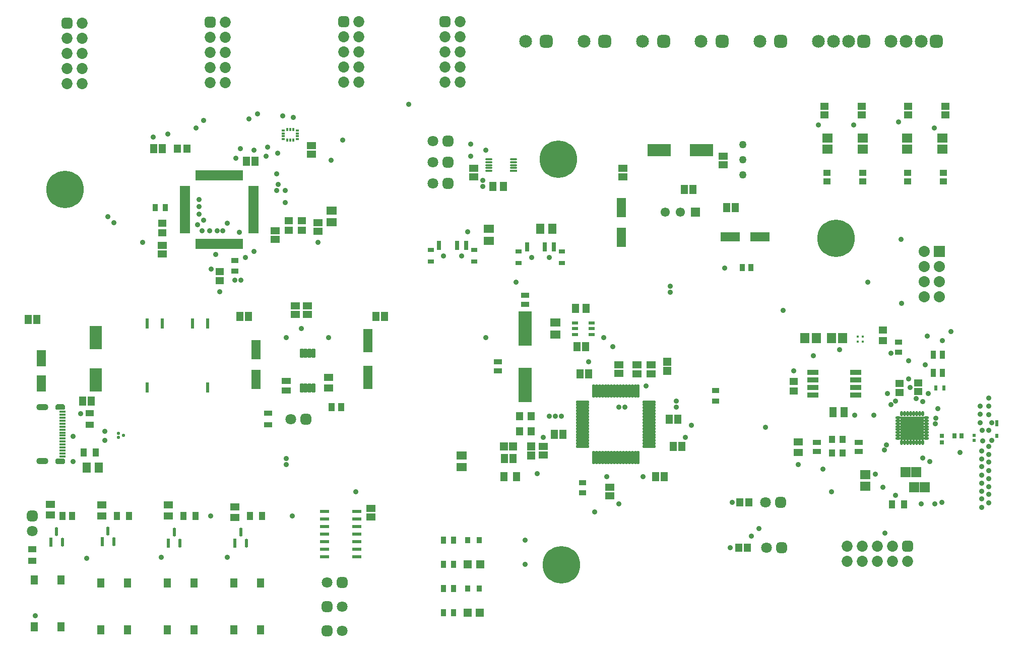
<source format=gts>
G04*
G04 #@! TF.GenerationSoftware,Altium Limited,Altium Designer,25.4.2 (15)*
G04*
G04 Layer_Color=8388736*
%FSLAX44Y44*%
%MOMM*%
G71*
G04*
G04 #@! TF.SameCoordinates,145FFF0F-7840-416A-8FEA-007F4607A66E*
G04*
G04*
G04 #@! TF.FilePolarity,Negative*
G04*
G01*
G75*
%ADD23R,0.5588X1.7018*%
%ADD42R,0.9000X1.1000*%
%ADD43R,0.4500X0.4500*%
%ADD44R,1.0000X1.3500*%
%ADD45R,1.3000X1.5500*%
%ADD46R,0.7000X1.5000*%
%ADD47R,1.0000X0.8000*%
%ADD48R,0.6250X0.8500*%
%ADD49R,0.3500X0.5750*%
%ADD50R,0.5750X0.3500*%
%ADD51R,1.2850X1.4700*%
%ADD52R,0.9578X1.2621*%
%ADD53R,4.0000X2.0000*%
%ADD54R,1.6000X3.2000*%
%ADD55R,2.0000X4.0000*%
%ADD56R,1.6000X2.8000*%
%ADD57R,1.6000X4.0000*%
%ADD58R,1.3621X1.1549*%
%ADD59R,1.2621X1.0046*%
%ADD60R,1.2565X0.3125*%
G04:AMPARAMS|DCode=61|XSize=1.2565mm|YSize=0.3125mm|CornerRadius=0.1562mm|HoleSize=0mm|Usage=FLASHONLY|Rotation=180.000|XOffset=0mm|YOffset=0mm|HoleType=Round|Shape=RoundedRectangle|*
%AMROUNDEDRECTD61*
21,1,1.2565,0.0000,0,0,180.0*
21,1,0.9440,0.3125,0,0,180.0*
1,1,0.3125,-0.4720,0.0000*
1,1,0.3125,0.4720,0.0000*
1,1,0.3125,0.4720,0.0000*
1,1,0.3125,-0.4720,0.0000*
%
%ADD61ROUNDEDRECTD61*%
%ADD62R,1.4500X0.9500*%
%ADD63R,0.8065X1.3082*%
%ADD64R,1.2065X1.5082*%
%ADD65R,0.5200X0.5200*%
%ADD66R,1.4562X1.3781*%
%ADD67R,0.9500X1.3500*%
%ADD68R,0.7500X0.9000*%
%ADD69R,1.1000X0.6000*%
%ADD70R,1.0500X1.3000*%
%ADD71R,1.4000X1.2000*%
G04:AMPARAMS|DCode=72|XSize=1.5242mm|YSize=0.578mm|CornerRadius=0.289mm|HoleSize=0mm|Usage=FLASHONLY|Rotation=90.000|XOffset=0mm|YOffset=0mm|HoleType=Round|Shape=RoundedRectangle|*
%AMROUNDEDRECTD72*
21,1,1.5242,0.0000,0,0,90.0*
21,1,0.9463,0.5780,0,0,90.0*
1,1,0.5780,0.0000,0.4731*
1,1,0.5780,0.0000,-0.4731*
1,1,0.5780,0.0000,-0.4731*
1,1,0.5780,0.0000,0.4731*
%
%ADD72ROUNDEDRECTD72*%
%ADD73R,0.5780X1.5242*%
%ADD74R,1.0000X0.3000*%
%ADD75R,1.3046X1.4562*%
%ADD83R,1.3500X0.9500*%
%ADD84R,1.4562X1.3046*%
%ADD85R,3.2000X1.6000*%
%ADD89R,1.3082X0.8065*%
%ADD92R,1.3500X1.0000*%
%ADD94R,1.3781X1.4562*%
%ADD95R,0.8032X0.8032*%
%ADD96R,1.8532X0.8532*%
%ADD97R,1.5532X1.7532*%
%ADD98R,1.7532X1.6032*%
%ADD99R,1.2032X1.4532*%
%ADD100R,1.5532X1.2032*%
%ADD101R,1.6532X1.4032*%
%ADD102R,1.0032X1.4532*%
%ADD103R,1.6032X1.3032*%
%ADD104R,1.2532X1.6532*%
%ADD105R,1.5532X1.0532*%
%ADD106R,0.5032X1.6782*%
%ADD107R,1.6782X0.5032*%
G04:AMPARAMS|DCode=108|XSize=0.6532mm|YSize=1.6032mm|CornerRadius=0.1511mm|HoleSize=0mm|Usage=FLASHONLY|Rotation=180.000|XOffset=0mm|YOffset=0mm|HoleType=Round|Shape=RoundedRectangle|*
%AMROUNDEDRECTD108*
21,1,0.6532,1.3010,0,0,180.0*
21,1,0.3510,1.6032,0,0,180.0*
1,1,0.3022,-0.1755,0.6505*
1,1,0.3022,0.1755,0.6505*
1,1,0.3022,0.1755,-0.6505*
1,1,0.3022,-0.1755,-0.6505*
%
%ADD108ROUNDEDRECTD108*%
%ADD109R,0.5842X1.1024*%
%ADD110R,0.5842X0.7036*%
%ADD111R,1.4032X1.4032*%
%ADD112O,2.3032X0.5032*%
%ADD113O,0.5032X2.3032*%
%ADD114R,1.5500X0.6000*%
%ADD115C,0.9000*%
%ADD116R,3.9032X3.9032*%
%ADD117O,0.4532X0.9032*%
%ADD118O,0.9032X0.4532*%
G04:AMPARAMS|DCode=119|XSize=0.5032mm|YSize=0.5032mm|CornerRadius=0.1511mm|HoleSize=0mm|Usage=FLASHONLY|Rotation=270.000|XOffset=0mm|YOffset=0mm|HoleType=Round|Shape=RoundedRectangle|*
%AMROUNDEDRECTD119*
21,1,0.5032,0.2010,0,0,270.0*
21,1,0.2010,0.5032,0,0,270.0*
1,1,0.3022,-0.1005,-0.1005*
1,1,0.3022,-0.1005,0.1005*
1,1,0.3022,0.1005,0.1005*
1,1,0.3022,0.1005,-0.1005*
%
%ADD119ROUNDEDRECTD119*%
%ADD120R,1.2532X1.5032*%
%ADD121R,1.7032X1.7532*%
%ADD122R,1.5532X1.3032*%
%ADD123R,2.3032X5.8032*%
%ADD124R,1.5032X1.2532*%
%ADD125R,1.7532X1.5532*%
%ADD126R,1.6032X1.7532*%
%ADD127R,1.4532X1.2032*%
%ADD128R,1.2032X1.5532*%
%ADD129R,1.4032X1.6532*%
%ADD130C,1.2700*%
%ADD131R,1.5532X1.5532*%
%ADD132C,1.5532*%
G04:AMPARAMS|DCode=133|XSize=1.1mm|YSize=2.05mm|CornerRadius=0.55mm|HoleSize=0mm|Usage=FLASHONLY|Rotation=270.000|XOffset=0mm|YOffset=0mm|HoleType=Round|Shape=RoundedRectangle|*
%AMROUNDEDRECTD133*
21,1,1.1000,0.9500,0,0,270.0*
21,1,0.0000,2.0500,0,0,270.0*
1,1,1.1000,-0.4750,0.0000*
1,1,1.1000,-0.4750,0.0000*
1,1,1.1000,0.4750,0.0000*
1,1,1.1000,0.4750,0.0000*
%
%ADD133ROUNDEDRECTD133*%
%ADD134C,1.8682*%
%ADD135R,1.8682X1.8682*%
G04:AMPARAMS|DCode=136|XSize=2.1532mm|YSize=2.1532mm|CornerRadius=0.5891mm|HoleSize=0mm|Usage=FLASHONLY|Rotation=180.000|XOffset=0mm|YOffset=0mm|HoleType=Round|Shape=RoundedRectangle|*
%AMROUNDEDRECTD136*
21,1,2.1532,0.9750,0,0,180.0*
21,1,0.9750,2.1532,0,0,180.0*
1,1,1.1782,-0.4875,0.4875*
1,1,1.1782,0.4875,0.4875*
1,1,1.1782,0.4875,-0.4875*
1,1,1.1782,-0.4875,-0.4875*
%
%ADD136ROUNDEDRECTD136*%
%ADD137C,2.1532*%
%ADD138C,1.8532*%
G04:AMPARAMS|DCode=139|XSize=1.8532mm|YSize=1.8532mm|CornerRadius=0.5141mm|HoleSize=0mm|Usage=FLASHONLY|Rotation=180.000|XOffset=0mm|YOffset=0mm|HoleType=Round|Shape=RoundedRectangle|*
%AMROUNDEDRECTD139*
21,1,1.8532,0.8250,0,0,180.0*
21,1,0.8250,1.8532,0,0,180.0*
1,1,1.0282,-0.4125,0.4125*
1,1,1.0282,0.4125,0.4125*
1,1,1.0282,0.4125,-0.4125*
1,1,1.0282,-0.4125,-0.4125*
%
%ADD139ROUNDEDRECTD139*%
%ADD140C,1.8032*%
G04:AMPARAMS|DCode=141|XSize=1.8032mm|YSize=1.8032mm|CornerRadius=0.5016mm|HoleSize=0mm|Usage=FLASHONLY|Rotation=180.000|XOffset=0mm|YOffset=0mm|HoleType=Round|Shape=RoundedRectangle|*
%AMROUNDEDRECTD141*
21,1,1.8032,0.8000,0,0,180.0*
21,1,0.8000,1.8032,0,0,180.0*
1,1,1.0032,-0.4000,0.4000*
1,1,1.0032,0.4000,0.4000*
1,1,1.0032,0.4000,-0.4000*
1,1,1.0032,-0.4000,-0.4000*
%
%ADD141ROUNDEDRECTD141*%
G04:AMPARAMS|DCode=142|XSize=1.8532mm|YSize=1.8532mm|CornerRadius=0.5141mm|HoleSize=0mm|Usage=FLASHONLY|Rotation=270.000|XOffset=0mm|YOffset=0mm|HoleType=Round|Shape=RoundedRectangle|*
%AMROUNDEDRECTD142*
21,1,1.8532,0.8250,0,0,270.0*
21,1,0.8250,1.8532,0,0,270.0*
1,1,1.0282,-0.4125,-0.4125*
1,1,1.0282,-0.4125,0.4125*
1,1,1.0282,0.4125,0.4125*
1,1,1.0282,0.4125,-0.4125*
%
%ADD142ROUNDEDRECTD142*%
G04:AMPARAMS|DCode=143|XSize=1.8032mm|YSize=1.8032mm|CornerRadius=0.5016mm|HoleSize=0mm|Usage=FLASHONLY|Rotation=270.000|XOffset=0mm|YOffset=0mm|HoleType=Round|Shape=RoundedRectangle|*
%AMROUNDEDRECTD143*
21,1,1.8032,0.8000,0,0,270.0*
21,1,0.8000,1.8032,0,0,270.0*
1,1,1.0032,-0.4000,-0.4000*
1,1,1.0032,-0.4000,0.4000*
1,1,1.0032,0.4000,0.4000*
1,1,1.0032,0.4000,-0.4000*
%
%ADD143ROUNDEDRECTD143*%
%ADD144C,0.7032*%
%ADD145C,0.9144*%
%ADD146C,6.2992*%
G36*
X362530Y467300D02*
X363247Y466796D01*
X364297Y465392D01*
X364859Y463731D01*
X364876Y461979D01*
X364348Y460307D01*
X363326Y458882D01*
X361912Y457846D01*
X360247Y457300D01*
X359370Y457300D01*
X353870D01*
Y457300D01*
X352994Y457300D01*
X351328Y457846D01*
X349914Y458882D01*
X348892Y460307D01*
X348364Y461979D01*
X348381Y463731D01*
X348943Y465392D01*
X349993Y466796D01*
X350710Y467300D01*
X362530D01*
X362530Y467300D01*
D02*
G37*
G36*
X359370Y558700D02*
X360247Y558700D01*
X361912Y558154D01*
X363326Y557118D01*
X364348Y555693D01*
X364876Y554021D01*
X364859Y552268D01*
X364297Y550608D01*
X363247Y549204D01*
X362530Y548700D01*
X362530Y548700D01*
X350710Y548700D01*
X349993Y549204D01*
X348943Y550608D01*
X348381Y552268D01*
X348364Y554021D01*
X348892Y555693D01*
X349914Y557118D01*
X351328Y558154D01*
X352994Y558700D01*
X353870Y558700D01*
Y558700D01*
X359370Y558700D01*
D02*
G37*
D23*
X604520Y585978D02*
D03*
Y694182D02*
D03*
X502920D02*
D03*
Y585978D02*
D03*
X528320Y694182D02*
D03*
X579120D02*
D03*
D42*
X1041400Y330200D02*
D03*
X1060400D02*
D03*
X1041400Y248920D02*
D03*
X1060400D02*
D03*
D43*
X1696280Y672270D02*
D03*
X1704780D02*
D03*
Y663770D02*
D03*
X1696280D02*
D03*
D44*
X675640Y370840D02*
D03*
X695640D02*
D03*
X1774030Y389890D02*
D03*
X1754030D02*
D03*
X396240Y477520D02*
D03*
X416240D02*
D03*
X452280Y370840D02*
D03*
X472280D02*
D03*
X583880Y370840D02*
D03*
X563880D02*
D03*
D45*
X357780Y183770D02*
D03*
X312780Y263270D02*
D03*
Y183770D02*
D03*
X357780Y263270D02*
D03*
X424540Y178690D02*
D03*
Y258190D02*
D03*
X469540D02*
D03*
Y178690D02*
D03*
X536300Y258190D02*
D03*
Y178690D02*
D03*
X581300Y258190D02*
D03*
Y178690D02*
D03*
X648060Y258190D02*
D03*
Y178690D02*
D03*
X693060Y258190D02*
D03*
Y178690D02*
D03*
D46*
X1170820Y822560D02*
D03*
X1185820D02*
D03*
X1140820D02*
D03*
X993260Y825220D02*
D03*
X1023260D02*
D03*
X1038260D02*
D03*
D47*
X1126820Y814710D02*
D03*
Y795410D02*
D03*
X1199820D02*
D03*
Y814710D02*
D03*
X979260Y817370D02*
D03*
X1052260D02*
D03*
X979260Y798070D02*
D03*
X1052260D02*
D03*
D48*
X1841215Y585470D02*
D03*
X1827965D02*
D03*
D49*
X737950Y1020045D02*
D03*
X747950D02*
D03*
X742950D02*
D03*
X737950Y1001795D02*
D03*
X742950D02*
D03*
X747950D02*
D03*
D50*
X754575Y1018420D02*
D03*
Y1013420D02*
D03*
Y1008420D02*
D03*
X731325Y1003420D02*
D03*
Y1018420D02*
D03*
X754575Y1003420D02*
D03*
X731325Y1013420D02*
D03*
Y1008420D02*
D03*
D51*
X1148080Y538480D02*
D03*
X1128630D02*
D03*
X1148080Y513080D02*
D03*
X1128630D02*
D03*
D52*
X1502728Y787500D02*
D03*
X1517272D02*
D03*
D53*
X1433710Y985520D02*
D03*
X1362710D02*
D03*
D54*
X685800Y649840D02*
D03*
Y599840D02*
D03*
X1299210Y888600D02*
D03*
Y838600D02*
D03*
D55*
X416560Y598840D02*
D03*
Y669840D02*
D03*
D56*
X325120Y592840D02*
D03*
Y635840D02*
D03*
D57*
X873760Y665340D02*
D03*
Y603340D02*
D03*
D58*
X1738630Y682993D02*
D03*
Y665480D02*
D03*
D59*
X1840460Y947308D02*
D03*
Y932292D02*
D03*
X1644420Y947308D02*
D03*
Y932292D02*
D03*
X1704686Y947308D02*
D03*
Y932292D02*
D03*
X1780193Y947308D02*
D03*
Y932292D02*
D03*
D60*
X1117977Y950120D02*
D03*
D61*
Y970120D02*
D03*
X1076960D02*
D03*
Y955120D02*
D03*
Y950120D02*
D03*
Y965120D02*
D03*
X1117977Y955120D02*
D03*
Y965120D02*
D03*
X1076960Y960120D02*
D03*
X1117977D02*
D03*
D62*
X706120Y523650D02*
D03*
Y543150D02*
D03*
D63*
X1017777Y289560D02*
D03*
X1000760D02*
D03*
X516002Y889000D02*
D03*
X533018D02*
D03*
X1017777Y330200D02*
D03*
X1000760D02*
D03*
X1017777Y208280D02*
D03*
X1000760D02*
D03*
X1017777Y248920D02*
D03*
X1000760D02*
D03*
D64*
X1123377Y436880D02*
D03*
X1102360D02*
D03*
D65*
X1892300Y497650D02*
D03*
Y505650D02*
D03*
D66*
X1376680Y614638D02*
D03*
Y629920D02*
D03*
X1148080Y487680D02*
D03*
Y472399D02*
D03*
D67*
X1823840Y641350D02*
D03*
X1838840D02*
D03*
X1823840Y610870D02*
D03*
X1838840D02*
D03*
D68*
X1859280Y505460D02*
D03*
X1871280D02*
D03*
D69*
X1221680Y694640D02*
D03*
Y675640D02*
D03*
X1249680Y685140D02*
D03*
Y675640D02*
D03*
Y694640D02*
D03*
X1221680Y685140D02*
D03*
D70*
X1671180Y499180D02*
D03*
X1653680Y476180D02*
D03*
Y499180D02*
D03*
X1671180Y476180D02*
D03*
D71*
X762840Y850520D02*
D03*
Y866520D02*
D03*
X740840D02*
D03*
Y850520D02*
D03*
D72*
X659740Y343324D02*
D03*
X669240Y325120D02*
D03*
X350520Y344382D02*
D03*
X360020Y326178D02*
D03*
X436880Y345440D02*
D03*
X446380Y327236D02*
D03*
X547980Y343324D02*
D03*
X557480Y325120D02*
D03*
D73*
X650240D02*
D03*
X341020Y326178D02*
D03*
X427380Y327236D02*
D03*
X538480Y325120D02*
D03*
D74*
X360620Y510500D02*
D03*
Y505500D02*
D03*
Y500500D02*
D03*
Y515500D02*
D03*
Y495500D02*
D03*
Y520500D02*
D03*
Y490500D02*
D03*
Y525500D02*
D03*
Y485500D02*
D03*
Y530500D02*
D03*
Y480500D02*
D03*
Y535500D02*
D03*
Y475500D02*
D03*
Y470500D02*
D03*
Y540500D02*
D03*
Y545500D02*
D03*
D75*
X569878Y987820D02*
D03*
X553762D02*
D03*
D83*
X1628140Y478790D02*
D03*
Y493790D02*
D03*
X1697990Y493910D02*
D03*
Y478910D02*
D03*
X1137920Y726440D02*
D03*
Y741440D02*
D03*
X1092200Y614680D02*
D03*
Y629680D02*
D03*
D84*
X1588770Y596506D02*
D03*
Y580390D02*
D03*
X528320Y862768D02*
D03*
Y846652D02*
D03*
D85*
X1482490Y839470D02*
D03*
X1532490D02*
D03*
D89*
X1765300Y662940D02*
D03*
Y645923D02*
D03*
X650240Y799337D02*
D03*
Y782320D02*
D03*
X1234440Y409703D02*
D03*
Y426720D02*
D03*
X1457960Y580897D02*
D03*
Y563880D02*
D03*
D92*
X406400Y523560D02*
D03*
Y543560D02*
D03*
X309880Y314800D02*
D03*
Y294800D02*
D03*
D94*
X1117600Y487680D02*
D03*
X1102318D02*
D03*
D95*
X1837690Y494460D02*
D03*
Y505460D02*
D03*
D96*
X1693350Y612140D02*
D03*
Y574040D02*
D03*
Y586740D02*
D03*
Y599440D02*
D03*
X1621350Y612140D02*
D03*
Y599440D02*
D03*
Y586740D02*
D03*
Y574040D02*
D03*
D97*
X1607820Y669290D02*
D03*
X1627320D02*
D03*
D98*
X1838960Y986840D02*
D03*
Y1005840D02*
D03*
X1645920Y986840D02*
D03*
Y1005840D02*
D03*
X1705187Y986840D02*
D03*
Y1005840D02*
D03*
X1779693Y986840D02*
D03*
Y1005840D02*
D03*
D99*
X1513720Y393700D02*
D03*
X1498720D02*
D03*
X1496300Y317500D02*
D03*
X1511300D02*
D03*
D100*
X650240Y368079D02*
D03*
Y386080D02*
D03*
X807720Y585360D02*
D03*
Y603360D02*
D03*
X340360Y372000D02*
D03*
Y390000D02*
D03*
X426720Y370840D02*
D03*
Y388840D02*
D03*
X538480Y370840D02*
D03*
Y388840D02*
D03*
D101*
X812800Y863760D02*
D03*
Y883760D02*
D03*
X1076960Y833120D02*
D03*
Y853120D02*
D03*
X1031240Y452440D02*
D03*
Y472440D02*
D03*
X1188720Y695640D02*
D03*
Y675640D02*
D03*
D102*
X360680Y370840D02*
D03*
X376680D02*
D03*
X812800Y553720D02*
D03*
X828800D02*
D03*
D103*
X1596390Y495020D02*
D03*
Y477520D02*
D03*
D104*
X1654810Y544830D02*
D03*
X1673310D02*
D03*
D105*
X736600Y581030D02*
D03*
Y597530D02*
D03*
D106*
X601070Y942570D02*
D03*
X606070D02*
D03*
Y827810D02*
D03*
X611070D02*
D03*
X631070D02*
D03*
X636070D02*
D03*
X661070Y942570D02*
D03*
X646070D02*
D03*
X641070D02*
D03*
X636070D02*
D03*
X631070D02*
D03*
X626070D02*
D03*
X621070D02*
D03*
X616070D02*
D03*
X611070D02*
D03*
X596070D02*
D03*
X586070Y827810D02*
D03*
X591070D02*
D03*
X596070D02*
D03*
X601070D02*
D03*
X616070D02*
D03*
X621070D02*
D03*
X626070D02*
D03*
X651070D02*
D03*
X641070D02*
D03*
X646070D02*
D03*
X586070Y942570D02*
D03*
X651070D02*
D03*
X661070Y827810D02*
D03*
X591070Y942570D02*
D03*
X656070Y827810D02*
D03*
Y942570D02*
D03*
D107*
X680950Y912690D02*
D03*
Y917690D02*
D03*
Y852690D02*
D03*
Y857690D02*
D03*
Y862690D02*
D03*
Y867690D02*
D03*
Y872690D02*
D03*
Y877690D02*
D03*
Y882690D02*
D03*
Y887690D02*
D03*
Y892690D02*
D03*
Y897690D02*
D03*
Y922690D02*
D03*
X566190D02*
D03*
Y917690D02*
D03*
Y912690D02*
D03*
Y907690D02*
D03*
Y902690D02*
D03*
Y897690D02*
D03*
Y892690D02*
D03*
Y887690D02*
D03*
Y882690D02*
D03*
Y877690D02*
D03*
Y872690D02*
D03*
Y867690D02*
D03*
Y862690D02*
D03*
Y857690D02*
D03*
Y847690D02*
D03*
X680950Y907690D02*
D03*
Y847690D02*
D03*
X566190Y852690D02*
D03*
X680950Y902690D02*
D03*
D108*
X762410Y585090D02*
D03*
X775410D02*
D03*
X781910D02*
D03*
X762410Y644090D02*
D03*
X775410D02*
D03*
X768910D02*
D03*
Y585090D02*
D03*
X781910Y644090D02*
D03*
D109*
X1930523Y526444D02*
D03*
D110*
X1930400Y505460D02*
D03*
D111*
X1041400Y289560D02*
D03*
X1062400D02*
D03*
X1061720Y208280D02*
D03*
X1040720D02*
D03*
D112*
X1346220Y517160D02*
D03*
Y562160D02*
D03*
Y552160D02*
D03*
Y547160D02*
D03*
Y542160D02*
D03*
Y537160D02*
D03*
Y527160D02*
D03*
Y522160D02*
D03*
Y512160D02*
D03*
Y507160D02*
D03*
Y502160D02*
D03*
Y492160D02*
D03*
Y487160D02*
D03*
X1234220D02*
D03*
Y497160D02*
D03*
Y507160D02*
D03*
Y522160D02*
D03*
Y527160D02*
D03*
Y532160D02*
D03*
Y537160D02*
D03*
Y547160D02*
D03*
Y552160D02*
D03*
Y557160D02*
D03*
X1346220Y532160D02*
D03*
X1234220Y492160D02*
D03*
Y502160D02*
D03*
Y512160D02*
D03*
Y542160D02*
D03*
Y517160D02*
D03*
Y562160D02*
D03*
X1346220Y497160D02*
D03*
Y557160D02*
D03*
D113*
X1252720Y580660D02*
D03*
X1272720D02*
D03*
X1277720D02*
D03*
X1282720D02*
D03*
X1287720D02*
D03*
X1297720D02*
D03*
X1302720D02*
D03*
X1307720D02*
D03*
X1312720D02*
D03*
X1327720D02*
D03*
Y468660D02*
D03*
X1317720D02*
D03*
X1312720D02*
D03*
X1307720D02*
D03*
X1302720D02*
D03*
X1297720D02*
D03*
X1287720D02*
D03*
X1282720D02*
D03*
X1277720D02*
D03*
X1272720D02*
D03*
X1262720D02*
D03*
X1257720D02*
D03*
X1252720D02*
D03*
X1262720Y580660D02*
D03*
X1267720D02*
D03*
X1257720D02*
D03*
X1322720Y468660D02*
D03*
X1267720D02*
D03*
X1292720Y580660D02*
D03*
X1322720D02*
D03*
X1292720Y468660D02*
D03*
X1317720Y580660D02*
D03*
D114*
X801040Y340360D02*
D03*
Y378460D02*
D03*
Y365760D02*
D03*
Y353060D02*
D03*
Y327660D02*
D03*
Y314960D02*
D03*
X855040Y302260D02*
D03*
Y327660D02*
D03*
Y353060D02*
D03*
Y378460D02*
D03*
X801040Y302260D02*
D03*
X855040Y314960D02*
D03*
Y340360D02*
D03*
Y365760D02*
D03*
D115*
X356620Y462300D02*
D03*
Y553700D02*
D03*
X1148320Y805060D02*
D03*
X1178320D02*
D03*
X1000760Y807720D02*
D03*
X1030760D02*
D03*
D116*
X1787906Y518160D02*
D03*
D117*
X1790406Y494410D02*
D03*
X1795406D02*
D03*
X1775406D02*
D03*
Y541910D02*
D03*
X1805406Y494410D02*
D03*
X1800406D02*
D03*
X1785406D02*
D03*
X1780406D02*
D03*
X1770406D02*
D03*
Y541910D02*
D03*
X1780406D02*
D03*
X1785406D02*
D03*
X1790406D02*
D03*
X1795406D02*
D03*
X1800406D02*
D03*
X1805406D02*
D03*
D118*
X1811656Y500660D02*
D03*
Y530660D02*
D03*
X1764156Y500660D02*
D03*
Y515660D02*
D03*
Y535660D02*
D03*
X1811656D02*
D03*
Y525660D02*
D03*
Y520660D02*
D03*
Y515660D02*
D03*
Y510660D02*
D03*
Y505660D02*
D03*
X1764156Y530660D02*
D03*
Y520660D02*
D03*
Y505660D02*
D03*
Y525660D02*
D03*
Y510660D02*
D03*
D119*
X454179Y502393D02*
D03*
Y509393D02*
D03*
X462678Y505893D02*
D03*
D120*
X1239520Y655320D02*
D03*
X1225020D02*
D03*
X1476110Y889000D02*
D03*
X1490610D02*
D03*
X1419490Y919480D02*
D03*
X1404990D02*
D03*
X669660Y966470D02*
D03*
X684160D02*
D03*
X513560Y987820D02*
D03*
X528060D02*
D03*
X302630Y701040D02*
D03*
X317130D02*
D03*
X658230Y706120D02*
D03*
X672730D02*
D03*
X394070Y563880D02*
D03*
X408570D02*
D03*
X886830Y706120D02*
D03*
X901330D02*
D03*
X1201050Y508000D02*
D03*
X1186550D02*
D03*
X1401340Y487680D02*
D03*
X1386840D02*
D03*
X1244600Y609600D02*
D03*
X1230099D02*
D03*
X1357100Y436880D02*
D03*
X1371600D02*
D03*
X1379590Y533400D02*
D03*
X1394090D02*
D03*
X1117600Y467360D02*
D03*
X1103100D02*
D03*
D121*
X1791098Y418846D02*
D03*
X1809098D02*
D03*
X1776620Y444500D02*
D03*
X1794620D02*
D03*
D122*
X717500Y849500D02*
D03*
Y835500D02*
D03*
X789940Y862980D02*
D03*
Y848980D02*
D03*
D123*
X1137920Y590800D02*
D03*
Y685800D02*
D03*
D124*
X1470660Y974990D02*
D03*
Y960490D02*
D03*
X1301750Y940170D02*
D03*
Y954670D02*
D03*
X778510Y992770D02*
D03*
Y978270D02*
D03*
X528320Y810630D02*
D03*
Y825130D02*
D03*
X1051560Y955040D02*
D03*
Y940540D02*
D03*
X751840Y709030D02*
D03*
Y723530D02*
D03*
X772160Y709030D02*
D03*
Y723530D02*
D03*
X1280160Y418730D02*
D03*
Y404230D02*
D03*
X1295400Y610340D02*
D03*
Y624840D02*
D03*
X1168400Y487680D02*
D03*
Y473180D02*
D03*
X1349339Y609600D02*
D03*
Y624100D02*
D03*
X1325880Y609600D02*
D03*
Y624100D02*
D03*
X878840Y383170D02*
D03*
Y368670D02*
D03*
D125*
X1709420Y420780D02*
D03*
Y440280D02*
D03*
D126*
X1671320Y669290D02*
D03*
X1652320D02*
D03*
D127*
X1640920Y1059060D02*
D03*
Y1044060D02*
D03*
X1703520Y1059060D02*
D03*
Y1044060D02*
D03*
X1781360Y1059060D02*
D03*
Y1044060D02*
D03*
X1843960Y1059060D02*
D03*
Y1044060D02*
D03*
X624840Y780930D02*
D03*
Y765930D02*
D03*
X1798320Y594240D02*
D03*
Y579240D02*
D03*
X1766570Y592850D02*
D03*
Y577850D02*
D03*
D128*
X1101200Y924560D02*
D03*
X1083200D02*
D03*
X1222058Y719596D02*
D03*
X1240058D02*
D03*
D129*
X1183320Y853440D02*
D03*
X1163320D02*
D03*
X401320Y452120D02*
D03*
X421320D02*
D03*
D130*
X1503680Y994410D02*
D03*
Y943610D02*
D03*
Y969010D02*
D03*
D131*
X1423670Y881380D02*
D03*
D132*
X1372870D02*
D03*
X1398270D02*
D03*
D133*
X326620Y462800D02*
D03*
Y553200D02*
D03*
D134*
X1808480Y739140D02*
D03*
X1833880D02*
D03*
X1808480Y815340D02*
D03*
X1833880Y764540D02*
D03*
X1808480Y789940D02*
D03*
Y764540D02*
D03*
X1833880Y789940D02*
D03*
D135*
Y815340D02*
D03*
D136*
X1566900Y1167590D02*
D03*
X1828800Y1168400D02*
D03*
X1706880D02*
D03*
X1468545Y1167590D02*
D03*
X1271835D02*
D03*
X1370190D02*
D03*
X1173480D02*
D03*
D137*
X1531900D02*
D03*
X1803400Y1168400D02*
D03*
X1778000D02*
D03*
X1752600D02*
D03*
X1681480D02*
D03*
X1656080D02*
D03*
X1630680D02*
D03*
X1433545Y1167590D02*
D03*
X1236835D02*
D03*
X1335190D02*
D03*
X1138480D02*
D03*
D138*
X1755140Y294640D02*
D03*
Y320040D02*
D03*
X1729740D02*
D03*
Y294640D02*
D03*
X1704340Y320040D02*
D03*
Y294640D02*
D03*
X1780540D02*
D03*
X1678940D02*
D03*
Y320040D02*
D03*
X393700Y1173480D02*
D03*
X368300D02*
D03*
Y1148080D02*
D03*
X393700D02*
D03*
X368300Y1122680D02*
D03*
X393700D02*
D03*
Y1198880D02*
D03*
X368300Y1097280D02*
D03*
X393700D02*
D03*
X633730Y1123950D02*
D03*
X608330D02*
D03*
X633730Y1149350D02*
D03*
X608330D02*
D03*
Y1174750D02*
D03*
X633730D02*
D03*
Y1200150D02*
D03*
Y1098550D02*
D03*
X608330D02*
D03*
X1028700Y1176020D02*
D03*
X1003300D02*
D03*
Y1150620D02*
D03*
X1028700D02*
D03*
Y1125220D02*
D03*
X1003300D02*
D03*
Y1099820D02*
D03*
X1028700D02*
D03*
Y1201420D02*
D03*
X833120Y1176020D02*
D03*
X858520Y1150620D02*
D03*
X833120Y1125220D02*
D03*
X858520D02*
D03*
Y1176020D02*
D03*
X833120Y1150620D02*
D03*
X858520Y1201420D02*
D03*
X833120Y1099820D02*
D03*
X858520D02*
D03*
D139*
X1780540Y320040D02*
D03*
D140*
X982980Y1000760D02*
D03*
X1543050Y317495D02*
D03*
X1541780Y393700D02*
D03*
X982980Y965200D02*
D03*
Y929640D02*
D03*
X309880Y345440D02*
D03*
X744220Y533400D02*
D03*
X805180Y259080D02*
D03*
X830580Y218440D02*
D03*
Y177800D02*
D03*
D141*
X1008380Y1000760D02*
D03*
X1568450Y317495D02*
D03*
X1567180Y393700D02*
D03*
X1008380Y965200D02*
D03*
Y929640D02*
D03*
X769620Y533400D02*
D03*
X830580Y259080D02*
D03*
X805180Y218440D02*
D03*
Y177800D02*
D03*
D142*
X368300Y1198880D02*
D03*
X608330Y1200150D02*
D03*
X1003300Y1201420D02*
D03*
X833120D02*
D03*
D143*
X309880Y370840D02*
D03*
D144*
X1776906Y529160D02*
D03*
Y507160D02*
D03*
X1787906Y518160D02*
D03*
X1776906D02*
D03*
X1787906Y529160D02*
D03*
X1798906Y507160D02*
D03*
X1787906D02*
D03*
X1798906Y518160D02*
D03*
Y529160D02*
D03*
D145*
X748030Y1040130D02*
D03*
X651510Y971550D02*
D03*
X391160Y542290D02*
D03*
X378460Y462280D02*
D03*
X1666240Y650240D02*
D03*
X1826917Y525762D02*
D03*
X1827530Y534670D02*
D03*
X1831224Y550395D02*
D03*
X1837690Y393700D02*
D03*
X1752600Y557530D02*
D03*
X1742332Y341988D02*
D03*
X1760220Y563880D02*
D03*
X1826260Y391160D02*
D03*
X1784350Y586740D02*
D03*
X1813560Y673100D02*
D03*
X1781810Y631190D02*
D03*
X1746250Y576580D02*
D03*
X1769110Y835660D02*
D03*
X1852930Y680720D02*
D03*
X1805940Y562610D02*
D03*
X1814830Y576580D02*
D03*
X1752600Y643890D02*
D03*
X1794510Y567690D02*
D03*
X1621790Y640080D02*
D03*
X1781810Y600710D02*
D03*
X1805776Y467439D02*
D03*
X1809750Y624840D02*
D03*
X1725930Y440690D02*
D03*
X1738884Y418846D02*
D03*
X1652270Y411480D02*
D03*
X1517650Y336550D02*
D03*
X1541561Y519508D02*
D03*
X1905000Y453390D02*
D03*
X1916430Y473710D02*
D03*
X1868170Y477520D02*
D03*
X1916430Y461010D02*
D03*
X1905000Y466090D02*
D03*
Y480060D02*
D03*
X1817370Y462280D02*
D03*
X1744980Y490220D02*
D03*
X1741170Y481330D02*
D03*
X1638300Y449580D02*
D03*
X1803400Y391160D02*
D03*
X1916202Y433272D02*
D03*
Y392632D02*
D03*
Y419302D02*
D03*
Y406602D02*
D03*
X1916430Y447040D02*
D03*
X1905000Y439420D02*
D03*
X1904772Y425652D02*
D03*
Y385012D02*
D03*
Y398982D02*
D03*
Y411682D02*
D03*
X1760220Y405130D02*
D03*
X1691640Y539750D02*
D03*
X1723390D02*
D03*
X1916202Y555192D02*
D03*
X1921510Y527050D02*
D03*
X1916430Y487680D02*
D03*
Y541020D02*
D03*
Y514350D02*
D03*
X1902460Y554990D02*
D03*
Y527050D02*
D03*
X1902232Y541222D02*
D03*
X1905172Y514448D02*
D03*
X1906442Y496668D02*
D03*
X1921510Y497840D02*
D03*
X1916430Y568960D02*
D03*
X1838960Y665480D02*
D03*
X1588770Y614680D02*
D03*
X1596390Y457200D02*
D03*
X1530350Y349250D02*
D03*
X1485900Y393700D02*
D03*
X1482090Y317500D02*
D03*
X1570990Y716026D02*
D03*
X1713230Y763270D02*
D03*
X1770380Y727710D02*
D03*
X1391920Y553720D02*
D03*
X1407160Y502920D02*
D03*
X1341120Y589280D02*
D03*
X1391920Y563880D02*
D03*
X1336040Y436880D02*
D03*
X1275080D02*
D03*
X1178560Y538480D02*
D03*
X1188720D02*
D03*
X1198880D02*
D03*
X705000Y990000D02*
D03*
X790000Y830000D02*
D03*
X735000Y897380D02*
D03*
X537500Y1012500D02*
D03*
X495000Y830000D02*
D03*
X667500Y805000D02*
D03*
X1168400Y502920D02*
D03*
X1244600Y629920D02*
D03*
X1071880Y985520D02*
D03*
X1381760Y746760D02*
D03*
Y756920D02*
D03*
X1473200Y787400D02*
D03*
X1046480Y975360D02*
D03*
X1122680Y763016D02*
D03*
X762000Y685800D02*
D03*
X1254760Y377157D02*
D03*
X1295400Y391160D02*
D03*
X1041400Y848360D02*
D03*
X1285240Y655320D02*
D03*
X1071880Y670560D02*
D03*
X682500Y985000D02*
D03*
X735000Y917500D02*
D03*
X682500Y815000D02*
D03*
X512500Y1007500D02*
D03*
X807720Y670560D02*
D03*
X853440Y411480D02*
D03*
X624840Y747500D02*
D03*
X1158240Y441960D02*
D03*
X1417320Y523240D02*
D03*
X736600Y467360D02*
D03*
X436880Y873760D02*
D03*
X447040Y863600D02*
D03*
X736600Y457200D02*
D03*
X746760Y370840D02*
D03*
X1295400Y553720D02*
D03*
X1137920Y289560D02*
D03*
X1270000Y670560D02*
D03*
X1305560Y553720D02*
D03*
X1137920Y330200D02*
D03*
X736600Y670560D02*
D03*
X660400Y767080D02*
D03*
X650240D02*
D03*
X1066800Y924560D02*
D03*
X610000Y785000D02*
D03*
X1066800Y934720D02*
D03*
X431800Y497840D02*
D03*
Y513080D02*
D03*
X378473Y504210D02*
D03*
X1046480Y995680D02*
D03*
X526491Y301093D02*
D03*
X609600Y370840D02*
D03*
X314960Y203200D02*
D03*
X401320Y299720D02*
D03*
X637318Y300807D02*
D03*
X657500Y847500D02*
D03*
X811509Y968491D02*
D03*
X830755Y1001745D02*
D03*
X720000Y917192D02*
D03*
X617500Y810000D02*
D03*
X630000Y850000D02*
D03*
X637500Y862500D02*
D03*
X620000Y850000D02*
D03*
X720000Y945000D02*
D03*
X702500Y975000D02*
D03*
X673596Y1037500D02*
D03*
X659130Y988060D02*
D03*
X942500Y1062296D02*
D03*
X587500Y860000D02*
D03*
X597500Y867500D02*
D03*
X590000Y877500D02*
D03*
X721706Y980094D02*
D03*
X607500Y850000D02*
D03*
X595000D02*
D03*
X722500Y927500D02*
D03*
X590000Y890000D02*
D03*
Y902500D02*
D03*
X597500Y1035000D02*
D03*
X584806Y1022306D02*
D03*
X1765000Y1032500D02*
D03*
X688121Y1045895D02*
D03*
X1825000Y1022500D02*
D03*
X1630000Y1027500D02*
D03*
X730250Y1042670D02*
D03*
X1690000Y1027500D02*
D03*
D146*
X1659890Y836930D02*
D03*
X1198880Y288290D02*
D03*
X1193800Y970280D02*
D03*
X364490Y919480D02*
D03*
M02*

</source>
